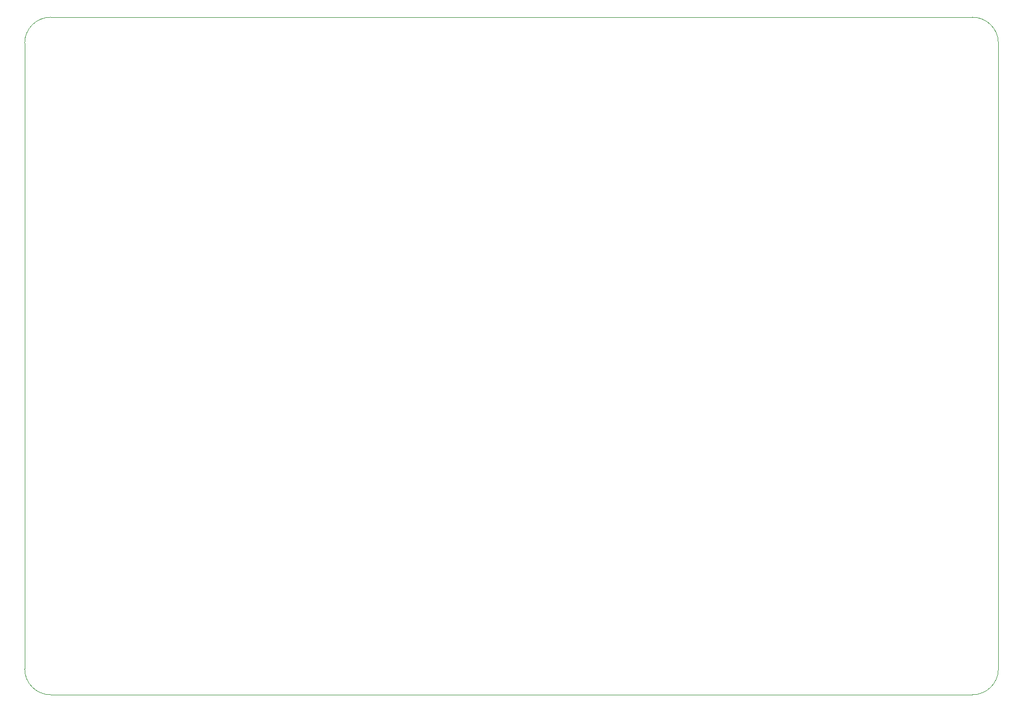
<source format=gm1>
%TF.GenerationSoftware,KiCad,Pcbnew,(6.0.10)*%
%TF.CreationDate,2022-12-28T15:38:02-06:00*%
%TF.ProjectId,ScienceMotorController_Hardware_2023,53636965-6e63-4654-9d6f-746f72436f6e,rev?*%
%TF.SameCoordinates,Original*%
%TF.FileFunction,Profile,NP*%
%FSLAX46Y46*%
G04 Gerber Fmt 4.6, Leading zero omitted, Abs format (unit mm)*
G04 Created by KiCad (PCBNEW (6.0.10)) date 2022-12-28 15:38:02*
%MOMM*%
%LPD*%
G01*
G04 APERTURE LIST*
%TA.AperFunction,Profile*%
%ADD10C,0.100000*%
%TD*%
G04 APERTURE END LIST*
D10*
X183896000Y-158115000D02*
G75*
G03*
X187960000Y-154051000I0J4064000D01*
G01*
X38989000Y-51689000D02*
X183896000Y-51689000D01*
X187960000Y-55753000D02*
X187960000Y-154051000D01*
X34925000Y-55753000D02*
X34925000Y-154051000D01*
X183896000Y-158115000D02*
X38989000Y-158115000D01*
X187960000Y-55753000D02*
G75*
G03*
X183896000Y-51689000I-4064000J0D01*
G01*
X38989000Y-51689000D02*
G75*
G03*
X34925000Y-55753000I0J-4064000D01*
G01*
X34925000Y-154051000D02*
G75*
G03*
X38989000Y-158115000I4064000J0D01*
G01*
M02*

</source>
